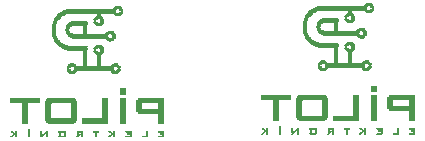
<source format=gbo>
G75*
%MOIN*%
%OFA0B0*%
%FSLAX25Y25*%
%IPPOS*%
%LPD*%
%AMOC8*
5,1,8,0,0,1.08239X$1,22.5*
%
%ADD10R,0.02000X0.00118*%
%ADD11R,0.01882X0.00118*%
%ADD12R,0.00353X0.00118*%
%ADD13R,0.00706X0.00118*%
%ADD14R,0.00470X0.00118*%
%ADD15R,0.00471X0.00118*%
%ADD16R,0.00588X0.00118*%
%ADD17R,0.02000X0.00118*%
%ADD18R,0.01882X0.00118*%
%ADD19R,0.00353X0.00118*%
%ADD20R,0.00706X0.00118*%
%ADD21R,0.00470X0.00118*%
%ADD22R,0.00471X0.00118*%
%ADD23R,0.00588X0.00118*%
%ADD24R,0.02235X0.00118*%
%ADD25R,0.02353X0.00118*%
%ADD26R,0.00706X0.00118*%
%ADD27R,0.00589X0.00118*%
%ADD28R,0.00824X0.00118*%
%ADD29R,0.01059X0.00118*%
%ADD30R,0.00470X0.00118*%
%ADD31R,0.00588X0.00118*%
%ADD32R,0.01059X0.00118*%
%ADD33R,0.02000X0.00118*%
%ADD34R,0.00353X0.00118*%
%ADD35R,0.00706X0.00118*%
%ADD36R,0.01176X0.00118*%
%ADD37R,0.01294X0.00118*%
%ADD38R,0.01412X0.00118*%
%ADD39R,0.00941X0.00118*%
%ADD40R,0.02118X0.00118*%
%ADD41R,0.01294X0.00118*%
%ADD42R,0.01412X0.00118*%
%ADD43R,0.00941X0.00118*%
%ADD44R,0.01059X0.00118*%
%ADD45R,0.02118X0.00118*%
%ADD46R,0.02353X0.00118*%
%ADD47R,0.02235X0.00118*%
%ADD48R,0.02000X0.00118*%
%ADD49R,0.08352X0.00118*%
%ADD50R,0.08000X0.00118*%
%ADD51R,0.08352X0.00118*%
%ADD52R,0.08823X0.00118*%
%ADD53R,0.09294X0.00118*%
%ADD54R,0.09646X0.00118*%
%ADD55R,0.09881X0.00118*%
%ADD56R,0.09999X0.00118*%
%ADD57R,0.10117X0.00118*%
%ADD58R,0.10235X0.00118*%
%ADD59R,0.10352X0.00118*%
%ADD60R,0.10352X0.00118*%
%ADD61R,0.08352X0.00118*%
%ADD62R,0.10470X0.00118*%
%ADD63R,0.10470X0.00118*%
%ADD64R,0.10470X0.00118*%
%ADD65R,0.07764X0.00118*%
%ADD66R,0.08588X0.00118*%
%ADD67R,0.08706X0.00118*%
%ADD68R,0.08941X0.00118*%
%ADD69R,0.01882X0.00118*%
%ADD70R,0.08941X0.00118*%
%ADD71R,0.09058X0.00118*%
%ADD72R,0.09058X0.00118*%
%ADD73R,0.09176X0.00118*%
%ADD74R,0.09176X0.00118*%
%ADD75R,0.02235X0.00118*%
%ADD76R,0.09881X0.00118*%
%ADD77R,0.10235X0.00118*%
%ADD78R,0.08941X0.00118*%
%ADD79R,0.08823X0.00118*%
%ADD80R,0.09764X0.00118*%
%ADD81R,0.09529X0.00118*%
%ADD82R,0.08587X0.00118*%
%ADD83R,0.07646X0.00118*%
%ADD84R,0.07058X0.00118*%
%ADD85R,0.01411X0.00118*%
%ADD86R,0.01765X0.00118*%
%ADD87R,0.02117X0.00118*%
%ADD88R,0.02470X0.00118*%
%ADD89R,0.02706X0.00118*%
%ADD90R,0.02588X0.00118*%
%ADD91R,0.02823X0.00118*%
%ADD92R,0.02941X0.00118*%
%ADD93R,0.03059X0.00118*%
%ADD94R,0.01176X0.00118*%
%ADD95R,0.13646X0.00118*%
%ADD96R,0.01059X0.00118*%
%ADD97R,0.01176X0.00118*%
%ADD98R,0.13411X0.00118*%
%ADD99R,0.13176X0.00118*%
%ADD100R,0.00941X0.00118*%
%ADD101R,0.00941X0.00118*%
%ADD102R,0.13058X0.00118*%
%ADD103R,0.12941X0.00118*%
%ADD104R,0.12941X0.00118*%
%ADD105R,0.13058X0.00118*%
%ADD106R,0.13176X0.00118*%
%ADD107R,0.00941X0.00118*%
%ADD108R,0.13293X0.00118*%
%ADD109R,0.13529X0.00118*%
%ADD110R,0.13881X0.00118*%
%ADD111R,0.03059X0.00118*%
%ADD112R,0.01529X0.00118*%
%ADD113R,0.01529X0.00118*%
%ADD114R,0.02823X0.00118*%
%ADD115R,0.02588X0.00118*%
%ADD116R,0.01647X0.00118*%
%ADD117R,0.01412X0.00118*%
%ADD118R,0.01529X0.00118*%
%ADD119R,0.01530X0.00118*%
%ADD120R,0.01882X0.00118*%
%ADD121R,0.02706X0.00118*%
%ADD122R,0.02824X0.00118*%
%ADD123R,0.01294X0.00118*%
%ADD124R,0.01059X0.00118*%
%ADD125R,0.04941X0.00118*%
%ADD126R,0.06235X0.00118*%
%ADD127R,0.06823X0.00118*%
%ADD128R,0.07176X0.00118*%
%ADD129R,0.07529X0.00118*%
%ADD130R,0.07882X0.00118*%
%ADD131R,0.08117X0.00118*%
%ADD132R,0.08823X0.00118*%
%ADD133R,0.02824X0.00118*%
%ADD134R,0.02706X0.00118*%
%ADD135R,0.02470X0.00118*%
%ADD136R,0.09176X0.00118*%
%ADD137R,0.03529X0.00118*%
%ADD138R,0.01882X0.00118*%
%ADD139R,0.03059X0.00118*%
%ADD140R,0.01647X0.00118*%
%ADD141R,0.02588X0.00118*%
%ADD142R,0.02117X0.00118*%
%ADD143R,0.01765X0.00118*%
%ADD144R,0.02353X0.00118*%
%ADD145R,0.02588X0.00118*%
%ADD146R,0.01647X0.00118*%
%ADD147R,0.01530X0.00118*%
%ADD148R,0.12352X0.00118*%
%ADD149R,0.01647X0.00118*%
%ADD150R,0.12705X0.00118*%
%ADD151R,0.01530X0.00118*%
%ADD152R,0.12822X0.00118*%
%ADD153R,0.13176X0.00118*%
%ADD154R,0.13293X0.00118*%
%ADD155R,0.13411X0.00118*%
%ADD156R,0.13529X0.00118*%
%ADD157R,0.13646X0.00118*%
%ADD158R,0.13881X0.00118*%
%ADD159R,0.01411X0.00118*%
%ADD160R,0.14117X0.00118*%
%ADD161R,0.14234X0.00118*%
%ADD162R,0.06941X0.00118*%
%ADD163R,0.02000X0.00118*%
%ADD164R,0.06823X0.00118*%
%ADD165R,0.06706X0.00118*%
%ADD166R,0.02706X0.00118*%
%ADD167R,0.06588X0.00118*%
%ADD168R,0.02824X0.00118*%
%ADD169R,0.06470X0.00118*%
%ADD170R,0.01411X0.00118*%
%ADD171R,0.06352X0.00118*%
%ADD172R,0.06117X0.00118*%
%ADD173R,0.06000X0.00118*%
%ADD174R,0.05764X0.00118*%
%ADD175R,0.05411X0.00118*%
%ADD176R,0.04706X0.00118*%
%ADD177R,0.01294X0.00118*%
%ADD178R,0.02117X0.00118*%
%ADD179R,0.02706X0.00118*%
%ADD180R,0.03176X0.00118*%
%ADD181R,0.19175X0.00118*%
%ADD182R,0.18822X0.00118*%
%ADD183R,0.18469X0.00118*%
%ADD184R,0.18234X0.00118*%
%ADD185R,0.17999X0.00118*%
%ADD186R,0.17764X0.00118*%
%ADD187R,0.17528X0.00118*%
%ADD188R,0.17176X0.00118*%
%ADD189R,0.16940X0.00118*%
%ADD190R,0.16587X0.00118*%
%ADD191R,0.16352X0.00118*%
%ADD192R,0.15764X0.00118*%
%ADD193R,0.01294X0.00118*%
%ADD194R,0.02941X0.00118*%
D10*
X0349507Y0376099D03*
X0349507Y0377628D03*
X0347507Y0380334D03*
X0347507Y0380687D03*
X0347507Y0380922D03*
X0347507Y0381275D03*
X0347507Y0381510D03*
X0347507Y0381863D03*
X0347507Y0382216D03*
X0347507Y0382452D03*
X0347507Y0382804D03*
X0347507Y0383040D03*
X0347507Y0383393D03*
X0347507Y0383628D03*
X0347507Y0383981D03*
X0347507Y0384334D03*
X0347507Y0384569D03*
X0347507Y0384922D03*
X0347507Y0385157D03*
X0347507Y0385510D03*
X0347507Y0385745D03*
X0347507Y0386098D03*
X0347507Y0386334D03*
X0347507Y0386687D03*
X0347507Y0387039D03*
X0347507Y0387275D03*
X0347507Y0387628D03*
X0347507Y0387863D03*
X0347507Y0388216D03*
X0347507Y0388451D03*
X0347507Y0390333D03*
X0347507Y0390569D03*
X0347507Y0390922D03*
X0347507Y0391157D03*
X0347507Y0391863D03*
X0345155Y0399980D03*
X0360330Y0387275D03*
X0360330Y0387039D03*
X0360330Y0386687D03*
X0360330Y0386334D03*
X0360330Y0386098D03*
X0360330Y0385745D03*
X0360330Y0385510D03*
X0360330Y0385157D03*
X0360330Y0383393D03*
X0360330Y0383040D03*
X0360330Y0382804D03*
X0360330Y0382452D03*
X0360330Y0382216D03*
X0360330Y0381863D03*
X0360330Y0381510D03*
X0360330Y0381275D03*
X0360330Y0380922D03*
X0360330Y0380687D03*
X0360330Y0380334D03*
X0360330Y0377628D03*
X0360330Y0376099D03*
X0360330Y0375864D03*
X0353036Y0385510D03*
X0353036Y0385745D03*
X0353036Y0386098D03*
X0353036Y0386334D03*
X0353036Y0386687D03*
X0353036Y0387039D03*
X0331391Y0387039D03*
X0331391Y0387275D03*
X0331391Y0386687D03*
X0331391Y0386334D03*
X0331391Y0386098D03*
X0331391Y0385745D03*
X0331391Y0385510D03*
X0331391Y0385157D03*
X0331391Y0384922D03*
X0331391Y0384569D03*
X0331391Y0384334D03*
X0331391Y0383981D03*
X0331391Y0383628D03*
X0331391Y0383393D03*
X0331391Y0383040D03*
X0331391Y0382804D03*
X0331391Y0382452D03*
X0331391Y0382216D03*
X0322803Y0382216D03*
X0322803Y0382452D03*
X0322803Y0382804D03*
X0322803Y0383040D03*
X0322803Y0383393D03*
X0322803Y0383628D03*
X0322803Y0383981D03*
X0322803Y0384334D03*
X0322803Y0384569D03*
X0322803Y0384922D03*
X0322803Y0385157D03*
X0322803Y0385510D03*
X0322803Y0385745D03*
X0322803Y0386098D03*
X0322803Y0386334D03*
X0322803Y0386687D03*
X0322803Y0387039D03*
X0322921Y0387275D03*
X0315157Y0387039D03*
X0315157Y0386687D03*
X0315157Y0386334D03*
X0315157Y0386098D03*
X0315157Y0385745D03*
X0315157Y0385510D03*
X0315157Y0385157D03*
X0315157Y0384922D03*
X0315157Y0384569D03*
X0315157Y0384334D03*
X0315157Y0383981D03*
X0315157Y0383628D03*
X0315157Y0383393D03*
X0315157Y0383040D03*
X0315157Y0382804D03*
X0315157Y0382452D03*
X0315157Y0382216D03*
X0315157Y0381863D03*
X0315157Y0381510D03*
X0315157Y0381275D03*
X0315157Y0380922D03*
X0315157Y0380687D03*
X0315157Y0380334D03*
X0398818Y0381318D03*
X0398818Y0381671D03*
X0398818Y0381906D03*
X0398818Y0382259D03*
X0398818Y0382495D03*
X0398818Y0382848D03*
X0398818Y0383201D03*
X0398818Y0383436D03*
X0398818Y0383789D03*
X0398818Y0384024D03*
X0398818Y0384377D03*
X0398818Y0384612D03*
X0398818Y0384965D03*
X0398818Y0385318D03*
X0398818Y0385553D03*
X0398818Y0385906D03*
X0398818Y0386141D03*
X0398818Y0386494D03*
X0398818Y0386730D03*
X0398818Y0387083D03*
X0398818Y0387318D03*
X0398818Y0387671D03*
X0398818Y0388024D03*
X0406464Y0388024D03*
X0406582Y0388259D03*
X0406464Y0387671D03*
X0406464Y0387318D03*
X0406464Y0387083D03*
X0406464Y0386730D03*
X0406464Y0386494D03*
X0406464Y0386141D03*
X0406464Y0385906D03*
X0406464Y0385553D03*
X0406464Y0385318D03*
X0406464Y0384965D03*
X0406464Y0384612D03*
X0406464Y0384377D03*
X0406464Y0384024D03*
X0406464Y0383789D03*
X0406464Y0383436D03*
X0406464Y0383201D03*
X0415052Y0383201D03*
X0415052Y0383436D03*
X0415052Y0383789D03*
X0415052Y0384024D03*
X0415052Y0384377D03*
X0415052Y0384612D03*
X0415052Y0384965D03*
X0415052Y0385318D03*
X0415052Y0385553D03*
X0415052Y0385906D03*
X0415052Y0386141D03*
X0415052Y0386494D03*
X0415052Y0386730D03*
X0415052Y0387083D03*
X0415052Y0387318D03*
X0415052Y0387671D03*
X0415052Y0388024D03*
X0415052Y0388259D03*
X0431169Y0388259D03*
X0431169Y0388024D03*
X0431169Y0387671D03*
X0431169Y0387318D03*
X0431169Y0387083D03*
X0431169Y0386730D03*
X0431169Y0386494D03*
X0431169Y0386141D03*
X0431169Y0385906D03*
X0431169Y0385553D03*
X0431169Y0385318D03*
X0431169Y0384965D03*
X0431169Y0384612D03*
X0431169Y0384377D03*
X0431169Y0384024D03*
X0431169Y0383789D03*
X0431169Y0383436D03*
X0431169Y0383201D03*
X0431169Y0382848D03*
X0431169Y0382495D03*
X0431169Y0382259D03*
X0431169Y0381906D03*
X0431169Y0381671D03*
X0431169Y0381318D03*
X0433169Y0378613D03*
X0433169Y0377083D03*
X0436698Y0386494D03*
X0436698Y0386730D03*
X0436698Y0387083D03*
X0436698Y0387318D03*
X0436698Y0387671D03*
X0436698Y0388024D03*
X0431169Y0388612D03*
X0431169Y0388847D03*
X0431169Y0389200D03*
X0431169Y0389435D03*
X0431169Y0391318D03*
X0431169Y0391553D03*
X0431169Y0391906D03*
X0431169Y0392141D03*
X0431169Y0392847D03*
X0428816Y0400964D03*
X0443992Y0388259D03*
X0443992Y0388024D03*
X0443992Y0387671D03*
X0443992Y0387318D03*
X0443992Y0387083D03*
X0443992Y0386730D03*
X0443992Y0386494D03*
X0443992Y0386141D03*
X0443992Y0384377D03*
X0443992Y0384024D03*
X0443992Y0383789D03*
X0443992Y0383436D03*
X0443992Y0383201D03*
X0443992Y0382848D03*
X0443992Y0382495D03*
X0443992Y0382259D03*
X0443992Y0381906D03*
X0443992Y0381671D03*
X0443992Y0381318D03*
X0443992Y0378613D03*
X0443992Y0377083D03*
X0443992Y0376848D03*
D11*
X0438521Y0376848D03*
X0438521Y0377083D03*
X0433110Y0376848D03*
X0425346Y0383201D03*
X0425346Y0383436D03*
X0425346Y0383789D03*
X0425346Y0384024D03*
X0425346Y0384377D03*
X0425346Y0384612D03*
X0425346Y0384965D03*
X0425346Y0385318D03*
X0425346Y0385553D03*
X0425346Y0385906D03*
X0425346Y0386141D03*
X0425346Y0386494D03*
X0425346Y0386730D03*
X0425346Y0387083D03*
X0425346Y0387318D03*
X0425346Y0387671D03*
X0425346Y0388024D03*
X0425346Y0388259D03*
X0425346Y0388612D03*
X0425346Y0388847D03*
X0425346Y0389200D03*
X0425346Y0389435D03*
X0425346Y0389788D03*
X0431228Y0389788D03*
X0411111Y0376848D03*
X0409582Y0408493D03*
X0409582Y0416610D03*
X0354860Y0376099D03*
X0354860Y0375864D03*
X0349448Y0375864D03*
X0341684Y0382216D03*
X0341684Y0382452D03*
X0341684Y0382804D03*
X0341684Y0383040D03*
X0341684Y0383393D03*
X0341684Y0383628D03*
X0341684Y0383981D03*
X0341684Y0384334D03*
X0341684Y0384569D03*
X0341684Y0384922D03*
X0341684Y0385157D03*
X0341684Y0385510D03*
X0341684Y0385745D03*
X0341684Y0386098D03*
X0341684Y0386334D03*
X0341684Y0386687D03*
X0341684Y0387039D03*
X0341684Y0387275D03*
X0341684Y0387628D03*
X0341684Y0387863D03*
X0341684Y0388216D03*
X0341684Y0388451D03*
X0341684Y0388804D03*
X0347566Y0388804D03*
X0327450Y0375864D03*
X0325921Y0407509D03*
X0325921Y0415626D03*
D12*
X0320450Y0377628D03*
X0320450Y0377393D03*
X0320450Y0377040D03*
X0320450Y0376805D03*
X0320450Y0375864D03*
X0322333Y0375864D03*
X0322333Y0376099D03*
X0322333Y0376452D03*
X0322333Y0376805D03*
X0322333Y0377040D03*
X0344684Y0377393D03*
X0344684Y0377628D03*
X0344684Y0376452D03*
X0344684Y0376099D03*
X0344684Y0375864D03*
X0404112Y0376848D03*
X0404112Y0377789D03*
X0404112Y0378024D03*
X0404112Y0378377D03*
X0404112Y0378613D03*
X0405994Y0378024D03*
X0405994Y0377789D03*
X0405994Y0377436D03*
X0405994Y0377083D03*
X0405994Y0376848D03*
X0428346Y0376848D03*
X0428346Y0377083D03*
X0428346Y0377436D03*
X0428346Y0378377D03*
X0428346Y0378613D03*
D13*
X0426993Y0377083D03*
X0426640Y0376848D03*
X0405817Y0378377D03*
X0394760Y0377436D03*
X0394642Y0378377D03*
X0414287Y0397905D03*
X0429581Y0420492D03*
X0345919Y0419508D03*
X0330626Y0396921D03*
X0322156Y0377393D03*
X0311098Y0376452D03*
X0310980Y0377393D03*
X0342978Y0375864D03*
X0343331Y0376099D03*
D14*
X0338743Y0376099D03*
X0338743Y0375864D03*
X0338743Y0376452D03*
X0338743Y0376805D03*
X0338743Y0377040D03*
X0338743Y0377393D03*
X0332508Y0377393D03*
X0332508Y0377040D03*
X0328391Y0377040D03*
X0328391Y0376805D03*
X0328391Y0376452D03*
X0328391Y0377393D03*
X0326509Y0377393D03*
X0326509Y0377040D03*
X0326509Y0376805D03*
X0326509Y0376452D03*
X0322274Y0377628D03*
X0316274Y0377628D03*
X0316274Y0377393D03*
X0316274Y0377040D03*
X0316274Y0376805D03*
X0316274Y0376452D03*
X0316274Y0376099D03*
X0316274Y0375864D03*
X0316274Y0378216D03*
X0312039Y0377628D03*
X0312039Y0377393D03*
X0312039Y0377040D03*
X0312039Y0376452D03*
X0312039Y0376099D03*
X0312039Y0375864D03*
X0350272Y0376452D03*
X0350272Y0377393D03*
X0355566Y0377393D03*
X0355566Y0377628D03*
X0355566Y0377040D03*
X0355566Y0376805D03*
X0355566Y0376452D03*
X0361095Y0376452D03*
X0361095Y0377040D03*
X0361095Y0377393D03*
X0395700Y0377436D03*
X0395700Y0377083D03*
X0395700Y0376848D03*
X0395700Y0378024D03*
X0395700Y0378377D03*
X0395700Y0378613D03*
X0399935Y0378613D03*
X0399935Y0378377D03*
X0399935Y0378024D03*
X0399935Y0377789D03*
X0399935Y0377436D03*
X0399935Y0377083D03*
X0399935Y0376848D03*
X0399935Y0379201D03*
X0405935Y0378613D03*
X0410170Y0378377D03*
X0410170Y0378024D03*
X0410170Y0377789D03*
X0410170Y0377436D03*
X0412052Y0377436D03*
X0412052Y0377789D03*
X0412052Y0378024D03*
X0412052Y0378377D03*
X0416170Y0378377D03*
X0416170Y0378024D03*
X0422405Y0378024D03*
X0422405Y0377789D03*
X0422405Y0377436D03*
X0422405Y0377083D03*
X0422405Y0376848D03*
X0422405Y0378377D03*
X0433934Y0378377D03*
X0433934Y0377436D03*
X0439227Y0377436D03*
X0439227Y0377789D03*
X0439227Y0378024D03*
X0439227Y0378377D03*
X0439227Y0378613D03*
X0444756Y0378377D03*
X0444756Y0378024D03*
X0444756Y0377436D03*
X0427110Y0408728D03*
X0343449Y0407744D03*
D15*
X0334155Y0377393D03*
X0334155Y0377040D03*
X0334155Y0376452D03*
X0334155Y0376099D03*
X0334155Y0375864D03*
X0417817Y0376848D03*
X0417817Y0377083D03*
X0417817Y0377436D03*
X0417817Y0378024D03*
X0417817Y0378377D03*
D16*
X0310333Y0375864D03*
X0311392Y0377040D03*
X0320568Y0376099D03*
X0321392Y0376805D03*
X0321627Y0377040D03*
X0332449Y0375864D03*
X0332685Y0376099D03*
X0333038Y0376452D03*
X0343272Y0377628D03*
X0343625Y0377393D03*
X0350213Y0377040D03*
X0345155Y0396921D03*
X0393995Y0376848D03*
X0395053Y0378024D03*
X0404229Y0377083D03*
X0405053Y0377789D03*
X0405288Y0378024D03*
X0416111Y0376848D03*
X0416346Y0377083D03*
X0416699Y0377436D03*
X0426934Y0378613D03*
X0427287Y0378377D03*
X0433875Y0378024D03*
X0428816Y0397905D03*
D17*
X0431169Y0392729D03*
X0431169Y0392612D03*
X0431169Y0392376D03*
X0431169Y0392259D03*
X0431169Y0392023D03*
X0431169Y0391788D03*
X0431169Y0391671D03*
X0431169Y0391435D03*
X0431169Y0391200D03*
X0431169Y0391082D03*
X0431169Y0389671D03*
X0431169Y0389553D03*
X0431169Y0389318D03*
X0431169Y0389082D03*
X0431169Y0388965D03*
X0431169Y0388730D03*
X0431169Y0388494D03*
X0431169Y0388377D03*
X0431169Y0388141D03*
X0431169Y0387906D03*
X0431169Y0387788D03*
X0431169Y0387436D03*
X0431169Y0387200D03*
X0431169Y0386965D03*
X0431169Y0386847D03*
X0431169Y0386612D03*
X0431169Y0386377D03*
X0431169Y0386259D03*
X0431169Y0386024D03*
X0431169Y0385789D03*
X0431169Y0385671D03*
X0431169Y0385436D03*
X0431169Y0385200D03*
X0431169Y0384847D03*
X0431169Y0384730D03*
X0431169Y0384495D03*
X0431169Y0384259D03*
X0431169Y0384142D03*
X0431169Y0383906D03*
X0431169Y0383671D03*
X0431169Y0383553D03*
X0431169Y0383318D03*
X0431169Y0383083D03*
X0431169Y0382965D03*
X0431169Y0382730D03*
X0431169Y0382377D03*
X0431169Y0382142D03*
X0431169Y0382024D03*
X0431169Y0381789D03*
X0431169Y0381554D03*
X0431169Y0381436D03*
X0433169Y0378495D03*
X0433169Y0376966D03*
X0436698Y0386377D03*
X0436698Y0386612D03*
X0436698Y0386847D03*
X0436698Y0386965D03*
X0436698Y0387200D03*
X0436698Y0387436D03*
X0436698Y0387788D03*
X0436698Y0387906D03*
X0443992Y0387906D03*
X0443992Y0387788D03*
X0443992Y0387436D03*
X0443992Y0387200D03*
X0443992Y0386965D03*
X0443992Y0386847D03*
X0443992Y0386612D03*
X0443992Y0386377D03*
X0443992Y0386259D03*
X0443992Y0384495D03*
X0443992Y0384259D03*
X0443992Y0384142D03*
X0443992Y0383906D03*
X0443992Y0383671D03*
X0443992Y0383553D03*
X0443992Y0383318D03*
X0443992Y0383083D03*
X0443992Y0382965D03*
X0443992Y0382730D03*
X0443992Y0382377D03*
X0443992Y0382142D03*
X0443992Y0382024D03*
X0443992Y0381789D03*
X0443992Y0381554D03*
X0443992Y0381436D03*
X0443992Y0378730D03*
X0443992Y0378495D03*
X0443992Y0376966D03*
X0443992Y0388141D03*
X0415052Y0388141D03*
X0415052Y0387906D03*
X0415052Y0387788D03*
X0415052Y0387436D03*
X0415052Y0387200D03*
X0415052Y0386965D03*
X0415052Y0386847D03*
X0415052Y0386612D03*
X0415052Y0386377D03*
X0415052Y0386259D03*
X0415052Y0386024D03*
X0415052Y0385789D03*
X0415052Y0385671D03*
X0415052Y0385436D03*
X0415052Y0385200D03*
X0415052Y0384847D03*
X0415052Y0384730D03*
X0415052Y0384495D03*
X0415052Y0384259D03*
X0415052Y0384142D03*
X0415052Y0383906D03*
X0415052Y0383671D03*
X0415052Y0383553D03*
X0415052Y0383318D03*
X0415052Y0383083D03*
X0415052Y0382965D03*
X0406464Y0382965D03*
X0406464Y0383083D03*
X0406464Y0383318D03*
X0406464Y0383553D03*
X0406464Y0383671D03*
X0406464Y0383906D03*
X0406464Y0384142D03*
X0406464Y0384259D03*
X0406464Y0384495D03*
X0406464Y0384730D03*
X0406464Y0384847D03*
X0406464Y0385200D03*
X0406464Y0385436D03*
X0406464Y0385671D03*
X0406464Y0385789D03*
X0406464Y0386024D03*
X0406464Y0386259D03*
X0406464Y0386377D03*
X0406464Y0386612D03*
X0406464Y0386847D03*
X0406464Y0386965D03*
X0406464Y0387200D03*
X0406464Y0387436D03*
X0406464Y0387788D03*
X0406464Y0387906D03*
X0398818Y0387906D03*
X0398818Y0387788D03*
X0398818Y0387436D03*
X0398818Y0387200D03*
X0398818Y0386965D03*
X0398818Y0386847D03*
X0398818Y0386612D03*
X0398818Y0386377D03*
X0398818Y0386259D03*
X0398818Y0386024D03*
X0398818Y0385789D03*
X0398818Y0385671D03*
X0398818Y0385436D03*
X0398818Y0385200D03*
X0398818Y0384847D03*
X0398818Y0384730D03*
X0398818Y0384495D03*
X0398818Y0384259D03*
X0398818Y0384142D03*
X0398818Y0383906D03*
X0398818Y0383671D03*
X0398818Y0383553D03*
X0398818Y0383318D03*
X0398818Y0383083D03*
X0398818Y0382965D03*
X0398818Y0382730D03*
X0398818Y0382377D03*
X0398818Y0382142D03*
X0398818Y0382024D03*
X0398818Y0381789D03*
X0398818Y0381554D03*
X0398818Y0381436D03*
X0398818Y0388141D03*
X0360330Y0387157D03*
X0360330Y0386922D03*
X0360330Y0386804D03*
X0360330Y0386451D03*
X0360330Y0386216D03*
X0360330Y0385981D03*
X0360330Y0385863D03*
X0360330Y0385628D03*
X0360330Y0385393D03*
X0360330Y0385275D03*
X0360330Y0383510D03*
X0360330Y0383275D03*
X0360330Y0383157D03*
X0360330Y0382922D03*
X0360330Y0382687D03*
X0360330Y0382569D03*
X0360330Y0382334D03*
X0360330Y0382099D03*
X0360330Y0381981D03*
X0360330Y0381746D03*
X0360330Y0381393D03*
X0360330Y0381157D03*
X0360330Y0381040D03*
X0360330Y0380805D03*
X0360330Y0380569D03*
X0360330Y0380452D03*
X0360330Y0377746D03*
X0360330Y0377511D03*
X0360330Y0375981D03*
X0349507Y0375981D03*
X0349507Y0377511D03*
X0347507Y0380452D03*
X0347507Y0380569D03*
X0347507Y0380805D03*
X0347507Y0381040D03*
X0347507Y0381157D03*
X0347507Y0381393D03*
X0347507Y0381746D03*
X0347507Y0381981D03*
X0347507Y0382099D03*
X0347507Y0382334D03*
X0347507Y0382569D03*
X0347507Y0382687D03*
X0347507Y0382922D03*
X0347507Y0383157D03*
X0347507Y0383275D03*
X0347507Y0383510D03*
X0347507Y0383746D03*
X0347507Y0383863D03*
X0347507Y0384216D03*
X0347507Y0384451D03*
X0347507Y0384687D03*
X0347507Y0384804D03*
X0347507Y0385040D03*
X0347507Y0385275D03*
X0347507Y0385393D03*
X0347507Y0385628D03*
X0347507Y0385863D03*
X0347507Y0385981D03*
X0347507Y0386216D03*
X0347507Y0386451D03*
X0347507Y0386804D03*
X0347507Y0386922D03*
X0347507Y0387157D03*
X0347507Y0387392D03*
X0347507Y0387510D03*
X0347507Y0387745D03*
X0347507Y0387981D03*
X0347507Y0388098D03*
X0347507Y0388334D03*
X0347507Y0388569D03*
X0347507Y0388686D03*
X0347507Y0390098D03*
X0347507Y0390216D03*
X0347507Y0390451D03*
X0347507Y0390686D03*
X0347507Y0390804D03*
X0347507Y0391039D03*
X0347507Y0391274D03*
X0347507Y0391392D03*
X0347507Y0391627D03*
X0347507Y0391745D03*
X0353036Y0386922D03*
X0353036Y0386804D03*
X0353036Y0386451D03*
X0353036Y0386216D03*
X0353036Y0385981D03*
X0353036Y0385863D03*
X0353036Y0385628D03*
X0353036Y0385393D03*
X0331391Y0385393D03*
X0331391Y0385275D03*
X0331391Y0385040D03*
X0331391Y0384804D03*
X0331391Y0384687D03*
X0331391Y0384451D03*
X0331391Y0384216D03*
X0331391Y0383863D03*
X0331391Y0383746D03*
X0331391Y0383510D03*
X0331391Y0383275D03*
X0331391Y0383157D03*
X0331391Y0382922D03*
X0331391Y0382687D03*
X0331391Y0382569D03*
X0331391Y0382334D03*
X0331391Y0382099D03*
X0331391Y0381981D03*
X0331391Y0385628D03*
X0331391Y0385863D03*
X0331391Y0385981D03*
X0331391Y0386216D03*
X0331391Y0386451D03*
X0331391Y0386804D03*
X0331391Y0386922D03*
X0331391Y0387157D03*
X0322803Y0386922D03*
X0322803Y0386804D03*
X0322803Y0386451D03*
X0322803Y0386216D03*
X0322803Y0385981D03*
X0322803Y0385863D03*
X0322803Y0385628D03*
X0322803Y0385393D03*
X0322803Y0385275D03*
X0322803Y0385040D03*
X0322803Y0384804D03*
X0322803Y0384687D03*
X0322803Y0384451D03*
X0322803Y0384216D03*
X0322803Y0383863D03*
X0322803Y0383746D03*
X0322803Y0383510D03*
X0322803Y0383275D03*
X0322803Y0383157D03*
X0322803Y0382922D03*
X0322803Y0382687D03*
X0322803Y0382569D03*
X0322803Y0382334D03*
X0322803Y0382099D03*
X0322803Y0381981D03*
X0315157Y0381981D03*
X0315157Y0382099D03*
X0315157Y0382334D03*
X0315157Y0382569D03*
X0315157Y0382687D03*
X0315157Y0382922D03*
X0315157Y0383157D03*
X0315157Y0383275D03*
X0315157Y0383510D03*
X0315157Y0383746D03*
X0315157Y0383863D03*
X0315157Y0384216D03*
X0315157Y0384451D03*
X0315157Y0384687D03*
X0315157Y0384804D03*
X0315157Y0385040D03*
X0315157Y0385275D03*
X0315157Y0385393D03*
X0315157Y0385628D03*
X0315157Y0385863D03*
X0315157Y0385981D03*
X0315157Y0386216D03*
X0315157Y0386451D03*
X0315157Y0386804D03*
X0315157Y0386922D03*
X0315157Y0387157D03*
X0315157Y0381746D03*
X0315157Y0381393D03*
X0315157Y0381157D03*
X0315157Y0381040D03*
X0315157Y0380805D03*
X0315157Y0380569D03*
X0315157Y0380452D03*
X0345978Y0416449D03*
X0429640Y0417434D03*
D18*
X0413347Y0413787D03*
X0413347Y0411316D03*
X0409817Y0408258D03*
X0409700Y0408375D03*
X0409464Y0408611D03*
X0409700Y0416728D03*
X0414287Y0398141D03*
X0406523Y0388141D03*
X0417111Y0378730D03*
X0425346Y0382965D03*
X0425346Y0383083D03*
X0425346Y0383318D03*
X0425346Y0383553D03*
X0425346Y0383671D03*
X0425346Y0383906D03*
X0425346Y0384142D03*
X0425346Y0384259D03*
X0425346Y0384495D03*
X0425346Y0384730D03*
X0425346Y0384847D03*
X0425346Y0385200D03*
X0425346Y0385436D03*
X0425346Y0385671D03*
X0425346Y0385789D03*
X0425346Y0386024D03*
X0425346Y0386259D03*
X0425346Y0386377D03*
X0425346Y0386612D03*
X0425346Y0386847D03*
X0425346Y0386965D03*
X0425346Y0387200D03*
X0425346Y0387436D03*
X0425346Y0387788D03*
X0425346Y0387906D03*
X0425346Y0388141D03*
X0425346Y0388377D03*
X0425346Y0388494D03*
X0425346Y0388730D03*
X0425346Y0388965D03*
X0425346Y0389082D03*
X0425346Y0389318D03*
X0425346Y0389553D03*
X0425346Y0389671D03*
X0433110Y0378730D03*
X0438521Y0376966D03*
X0354860Y0375981D03*
X0349448Y0377746D03*
X0341684Y0381981D03*
X0341684Y0382099D03*
X0341684Y0382334D03*
X0341684Y0382569D03*
X0341684Y0382687D03*
X0341684Y0382922D03*
X0341684Y0383157D03*
X0341684Y0383275D03*
X0341684Y0383510D03*
X0341684Y0383746D03*
X0341684Y0383863D03*
X0341684Y0384216D03*
X0341684Y0384451D03*
X0341684Y0384687D03*
X0341684Y0384804D03*
X0341684Y0385040D03*
X0341684Y0385275D03*
X0341684Y0385393D03*
X0341684Y0385628D03*
X0341684Y0385863D03*
X0341684Y0385981D03*
X0341684Y0386216D03*
X0341684Y0386451D03*
X0341684Y0386804D03*
X0341684Y0386922D03*
X0341684Y0387157D03*
X0341684Y0387392D03*
X0341684Y0387510D03*
X0341684Y0387745D03*
X0341684Y0387981D03*
X0341684Y0388098D03*
X0341684Y0388334D03*
X0341684Y0388569D03*
X0341684Y0388686D03*
X0330626Y0397156D03*
X0326156Y0407273D03*
X0326038Y0407391D03*
X0325803Y0407626D03*
X0329685Y0410332D03*
X0329685Y0412803D03*
X0326038Y0415744D03*
X0322862Y0387157D03*
X0333450Y0377746D03*
D19*
X0344684Y0377746D03*
X0344684Y0377511D03*
X0344684Y0377275D03*
X0344684Y0377158D03*
X0344684Y0376570D03*
X0344684Y0376334D03*
X0344684Y0376217D03*
X0344684Y0375981D03*
X0322333Y0375981D03*
X0322333Y0376217D03*
X0322333Y0376334D03*
X0322333Y0376570D03*
X0322333Y0376922D03*
X0322333Y0377746D03*
X0320450Y0377746D03*
X0320450Y0377511D03*
X0320450Y0377275D03*
X0320450Y0377158D03*
X0320450Y0376922D03*
X0320450Y0376570D03*
X0404112Y0377554D03*
X0404112Y0377907D03*
X0404112Y0378142D03*
X0404112Y0378260D03*
X0404112Y0378495D03*
X0404112Y0378730D03*
X0405994Y0378730D03*
X0405994Y0377907D03*
X0405994Y0377554D03*
X0405994Y0377319D03*
X0405994Y0377201D03*
X0405994Y0376966D03*
X0428346Y0376966D03*
X0428346Y0377201D03*
X0428346Y0377319D03*
X0428346Y0377554D03*
X0428346Y0378142D03*
X0428346Y0378260D03*
X0428346Y0378495D03*
X0428346Y0378730D03*
D20*
X0427581Y0378142D03*
X0427581Y0377554D03*
X0427228Y0377319D03*
X0427110Y0377201D03*
X0426758Y0376966D03*
X0427110Y0378495D03*
X0404759Y0377554D03*
X0404288Y0377201D03*
X0394995Y0377554D03*
X0394642Y0377319D03*
X0394524Y0377201D03*
X0394171Y0376966D03*
X0394171Y0378730D03*
X0343919Y0377158D03*
X0343449Y0377511D03*
X0343919Y0376570D03*
X0343567Y0376334D03*
X0343449Y0376217D03*
X0343096Y0375981D03*
X0321097Y0376570D03*
X0320627Y0376217D03*
X0311333Y0376570D03*
X0310980Y0376334D03*
X0310863Y0376217D03*
X0310510Y0375981D03*
X0310510Y0377746D03*
D21*
X0312039Y0377746D03*
X0312039Y0377511D03*
X0312039Y0377275D03*
X0312039Y0377158D03*
X0312039Y0376570D03*
X0312039Y0376334D03*
X0312039Y0376217D03*
X0312039Y0375981D03*
X0316274Y0375981D03*
X0316274Y0376217D03*
X0316274Y0376334D03*
X0316274Y0376570D03*
X0316274Y0376922D03*
X0316274Y0377158D03*
X0316274Y0377275D03*
X0316274Y0377511D03*
X0316274Y0377746D03*
X0316274Y0378099D03*
X0316274Y0378334D03*
X0316274Y0378452D03*
X0320509Y0375981D03*
X0326509Y0376217D03*
X0326509Y0376334D03*
X0326509Y0376570D03*
X0326509Y0376922D03*
X0326509Y0377158D03*
X0326509Y0377275D03*
X0328391Y0377275D03*
X0328391Y0377158D03*
X0328391Y0376922D03*
X0328391Y0376570D03*
X0328391Y0376334D03*
X0328391Y0376217D03*
X0332508Y0377158D03*
X0332508Y0377275D03*
X0338743Y0377275D03*
X0338743Y0377158D03*
X0338743Y0376922D03*
X0338743Y0376570D03*
X0338743Y0376334D03*
X0338743Y0376217D03*
X0338743Y0375981D03*
X0350272Y0376334D03*
X0350272Y0376570D03*
X0350272Y0377158D03*
X0350272Y0377275D03*
X0355566Y0377275D03*
X0355566Y0377158D03*
X0355566Y0376922D03*
X0355566Y0376570D03*
X0355566Y0376334D03*
X0355566Y0376217D03*
X0355566Y0377511D03*
X0355566Y0377746D03*
X0361095Y0377275D03*
X0361095Y0377158D03*
X0361095Y0376570D03*
X0361095Y0376334D03*
X0361095Y0376217D03*
X0395700Y0376966D03*
X0395700Y0377201D03*
X0395700Y0377319D03*
X0395700Y0377554D03*
X0395700Y0378142D03*
X0395700Y0378260D03*
X0395700Y0378495D03*
X0395700Y0378730D03*
X0399935Y0378730D03*
X0399935Y0378495D03*
X0399935Y0378260D03*
X0399935Y0378142D03*
X0399935Y0377907D03*
X0399935Y0377554D03*
X0399935Y0377319D03*
X0399935Y0377201D03*
X0399935Y0376966D03*
X0399935Y0379083D03*
X0399935Y0379318D03*
X0399935Y0379436D03*
X0404171Y0376966D03*
X0410170Y0377201D03*
X0410170Y0377319D03*
X0410170Y0377554D03*
X0410170Y0377907D03*
X0410170Y0378142D03*
X0410170Y0378260D03*
X0412052Y0378260D03*
X0412052Y0378142D03*
X0412052Y0377907D03*
X0412052Y0377554D03*
X0412052Y0377319D03*
X0412052Y0377201D03*
X0416170Y0378142D03*
X0416170Y0378260D03*
X0422405Y0378260D03*
X0422405Y0378142D03*
X0422405Y0377907D03*
X0422405Y0377554D03*
X0422405Y0377319D03*
X0422405Y0377201D03*
X0422405Y0376966D03*
X0433934Y0377319D03*
X0433934Y0377554D03*
X0433934Y0378142D03*
X0433934Y0378260D03*
X0439227Y0378260D03*
X0439227Y0378142D03*
X0439227Y0377907D03*
X0439227Y0377554D03*
X0439227Y0377319D03*
X0439227Y0377201D03*
X0439227Y0378495D03*
X0439227Y0378730D03*
X0444756Y0378260D03*
X0444756Y0378142D03*
X0444756Y0377554D03*
X0444756Y0377319D03*
X0444756Y0377201D03*
D22*
X0417817Y0377201D03*
X0417817Y0377319D03*
X0417817Y0377554D03*
X0417817Y0377907D03*
X0417817Y0378142D03*
X0417817Y0378260D03*
X0417817Y0376966D03*
X0334155Y0376922D03*
X0334155Y0377158D03*
X0334155Y0377275D03*
X0334155Y0376570D03*
X0334155Y0376334D03*
X0334155Y0376217D03*
X0334155Y0375981D03*
D23*
X0333155Y0376570D03*
X0332803Y0376217D03*
X0332567Y0375981D03*
X0332567Y0376922D03*
X0343743Y0377275D03*
X0350213Y0376217D03*
X0322215Y0377511D03*
X0321509Y0376922D03*
X0311274Y0377158D03*
X0311157Y0377275D03*
X0310804Y0377511D03*
X0394465Y0378495D03*
X0394818Y0378260D03*
X0394936Y0378142D03*
X0405170Y0377907D03*
X0405876Y0378495D03*
X0416229Y0377907D03*
X0416817Y0377554D03*
X0416464Y0377201D03*
X0416229Y0376966D03*
X0427405Y0378260D03*
X0433875Y0377201D03*
D24*
X0422463Y0378495D03*
X0422463Y0378730D03*
X0411170Y0376966D03*
X0428816Y0400846D03*
X0423287Y0407081D03*
X0410347Y0407787D03*
X0410347Y0417316D03*
X0429639Y0420139D03*
X0345978Y0419155D03*
X0339626Y0406097D03*
X0345155Y0399862D03*
X0326685Y0406803D03*
X0326685Y0416332D03*
X0327509Y0375981D03*
X0338802Y0377511D03*
X0338802Y0377746D03*
D25*
X0327450Y0377628D03*
X0327450Y0376099D03*
X0353213Y0387275D03*
X0329920Y0412920D03*
X0345919Y0416567D03*
X0411111Y0378613D03*
X0411111Y0377083D03*
X0436874Y0388259D03*
X0413582Y0413904D03*
X0429581Y0417551D03*
D26*
X0427463Y0377436D03*
X0394289Y0377083D03*
X0394289Y0378613D03*
X0343802Y0376452D03*
X0310627Y0376099D03*
X0310627Y0377628D03*
D27*
X0332920Y0376334D03*
X0343155Y0377746D03*
X0416582Y0377319D03*
X0426816Y0378730D03*
D28*
X0404347Y0377319D03*
X0320686Y0376334D03*
D29*
X0320803Y0376452D03*
X0344331Y0377040D03*
X0346331Y0399039D03*
X0340802Y0405038D03*
X0338449Y0404450D03*
X0329509Y0399039D03*
X0329509Y0398098D03*
X0338449Y0414097D03*
X0338449Y0415038D03*
X0340684Y0415038D03*
X0340802Y0414685D03*
X0340684Y0414097D03*
X0345978Y0416214D03*
X0404465Y0377436D03*
X0427993Y0378024D03*
X0429993Y0400023D03*
X0424463Y0406023D03*
X0422111Y0405434D03*
X0422111Y0415081D03*
X0422111Y0416022D03*
X0424346Y0416022D03*
X0424463Y0415669D03*
X0424346Y0415081D03*
X0429639Y0417198D03*
X0413170Y0400023D03*
X0413170Y0399082D03*
D30*
X0412052Y0377671D03*
X0410170Y0377671D03*
X0399935Y0377671D03*
X0422405Y0377671D03*
X0439227Y0377671D03*
X0444756Y0377671D03*
X0361095Y0376687D03*
X0355566Y0376687D03*
X0338743Y0376687D03*
X0328391Y0376687D03*
X0326509Y0376687D03*
X0316274Y0376687D03*
D31*
X0350213Y0376687D03*
X0433875Y0377671D03*
D32*
X0427993Y0377671D03*
X0429993Y0399905D03*
X0346331Y0398921D03*
X0344331Y0376687D03*
D33*
X0347507Y0381628D03*
X0347507Y0384098D03*
X0347507Y0386569D03*
X0347507Y0391510D03*
X0353036Y0386569D03*
X0360330Y0386569D03*
X0360330Y0381628D03*
X0333391Y0376687D03*
X0331391Y0384098D03*
X0331391Y0386569D03*
X0322803Y0386569D03*
X0322803Y0384098D03*
X0315157Y0384098D03*
X0315157Y0381628D03*
X0315157Y0386569D03*
X0398818Y0387553D03*
X0398818Y0385083D03*
X0398818Y0382612D03*
X0406464Y0385083D03*
X0406464Y0387553D03*
X0415052Y0387553D03*
X0415052Y0385083D03*
X0417052Y0377671D03*
X0431169Y0382612D03*
X0431169Y0385083D03*
X0431169Y0387553D03*
X0431169Y0392494D03*
X0436698Y0387553D03*
X0443992Y0387553D03*
X0443992Y0382612D03*
D34*
X0427169Y0412140D03*
X0405994Y0377671D03*
X0404112Y0377671D03*
X0343508Y0411156D03*
X0322333Y0376687D03*
X0320450Y0376687D03*
D35*
X0321215Y0376687D03*
X0404876Y0377671D03*
D36*
X0395348Y0377671D03*
X0311686Y0376687D03*
D37*
X0331508Y0397862D03*
X0343508Y0411038D03*
X0338684Y0413861D03*
X0338684Y0415273D03*
X0346919Y0417155D03*
X0360683Y0376805D03*
X0415170Y0398847D03*
X0427169Y0412022D03*
X0422346Y0414846D03*
X0422346Y0416257D03*
X0430581Y0418139D03*
X0444345Y0377789D03*
D38*
X0433463Y0377789D03*
X0429698Y0398847D03*
X0427934Y0398847D03*
X0423228Y0400376D03*
X0423228Y0400611D03*
X0423228Y0400964D03*
X0423228Y0401199D03*
X0423228Y0401552D03*
X0423228Y0401788D03*
X0423228Y0402140D03*
X0423228Y0402493D03*
X0423228Y0402729D03*
X0423228Y0403082D03*
X0423228Y0403317D03*
X0423228Y0403670D03*
X0423228Y0403905D03*
X0413464Y0398847D03*
X0412876Y0412022D03*
X0412876Y0412963D03*
X0408288Y0413552D03*
X0408288Y0413904D03*
X0408170Y0412963D03*
X0408170Y0412728D03*
X0408170Y0412375D03*
X0408170Y0412022D03*
X0408288Y0411434D03*
X0408288Y0411199D03*
X0423228Y0417198D03*
X0423228Y0417551D03*
X0423228Y0417787D03*
X0346037Y0397862D03*
X0344272Y0397862D03*
X0339567Y0399392D03*
X0339567Y0399627D03*
X0339567Y0399980D03*
X0339567Y0400215D03*
X0339567Y0400568D03*
X0339567Y0400803D03*
X0339567Y0401156D03*
X0339567Y0401509D03*
X0339567Y0401744D03*
X0339567Y0402097D03*
X0339567Y0402333D03*
X0339567Y0402686D03*
X0339567Y0402921D03*
X0329803Y0397862D03*
X0329214Y0411038D03*
X0329214Y0411979D03*
X0324627Y0412567D03*
X0324627Y0412920D03*
X0324509Y0411979D03*
X0324509Y0411744D03*
X0324509Y0411391D03*
X0324509Y0411038D03*
X0324627Y0410450D03*
X0324627Y0410214D03*
X0339567Y0416214D03*
X0339567Y0416567D03*
X0339567Y0416802D03*
X0349801Y0376805D03*
D39*
X0344390Y0376805D03*
X0329450Y0398451D03*
X0329450Y0398686D03*
X0338390Y0404803D03*
X0338390Y0405038D03*
X0340743Y0404450D03*
X0340861Y0404803D03*
X0340861Y0414450D03*
X0338390Y0414450D03*
X0338390Y0414685D03*
X0347213Y0417743D03*
X0347213Y0417979D03*
X0311804Y0376805D03*
X0395465Y0377789D03*
X0413111Y0399435D03*
X0413111Y0399670D03*
X0422052Y0405787D03*
X0422052Y0406023D03*
X0424405Y0405434D03*
X0424522Y0405787D03*
X0424522Y0415434D03*
X0422052Y0415434D03*
X0422052Y0415669D03*
X0430875Y0418728D03*
X0430875Y0418963D03*
X0428051Y0377789D03*
D40*
X0416993Y0377789D03*
X0416993Y0378613D03*
X0398759Y0388259D03*
X0410170Y0407905D03*
X0427110Y0409081D03*
X0427110Y0411787D03*
X0343449Y0410803D03*
X0343449Y0408097D03*
X0326509Y0406921D03*
X0315098Y0387275D03*
X0333332Y0377628D03*
X0333332Y0376805D03*
D41*
X0360683Y0376922D03*
X0346096Y0399274D03*
X0338684Y0404097D03*
X0338684Y0405509D03*
X0343508Y0407862D03*
X0344449Y0410097D03*
X0422346Y0406493D03*
X0422346Y0405081D03*
X0427169Y0408846D03*
X0428110Y0411081D03*
X0429757Y0400258D03*
X0444345Y0377907D03*
D42*
X0433463Y0377907D03*
X0414288Y0398023D03*
X0423228Y0400494D03*
X0423228Y0400729D03*
X0423228Y0400846D03*
X0423228Y0401082D03*
X0423228Y0401317D03*
X0423228Y0401435D03*
X0423228Y0401670D03*
X0423228Y0401905D03*
X0423228Y0402023D03*
X0423228Y0402376D03*
X0423228Y0402611D03*
X0423228Y0402846D03*
X0423228Y0402964D03*
X0423228Y0403199D03*
X0423228Y0403435D03*
X0423228Y0403552D03*
X0423228Y0403787D03*
X0423228Y0404023D03*
X0423228Y0404140D03*
X0412876Y0412846D03*
X0412876Y0413081D03*
X0408288Y0413434D03*
X0408288Y0413669D03*
X0408288Y0413787D03*
X0408170Y0413081D03*
X0408170Y0412846D03*
X0408170Y0412610D03*
X0408170Y0412493D03*
X0408170Y0412258D03*
X0408170Y0411905D03*
X0408288Y0411669D03*
X0408288Y0411552D03*
X0408288Y0411316D03*
X0423228Y0417316D03*
X0423228Y0417434D03*
X0423228Y0417669D03*
X0423228Y0417904D03*
X0423228Y0418022D03*
X0349801Y0376922D03*
X0339567Y0399509D03*
X0339567Y0399745D03*
X0339567Y0399862D03*
X0339567Y0400097D03*
X0339567Y0400333D03*
X0339567Y0400450D03*
X0339567Y0400686D03*
X0339567Y0400921D03*
X0339567Y0401039D03*
X0339567Y0401392D03*
X0339567Y0401627D03*
X0339567Y0401862D03*
X0339567Y0401980D03*
X0339567Y0402215D03*
X0339567Y0402450D03*
X0339567Y0402568D03*
X0339567Y0402803D03*
X0339567Y0403038D03*
X0339567Y0403156D03*
X0330626Y0397039D03*
X0324627Y0410332D03*
X0324627Y0410567D03*
X0324627Y0410685D03*
X0324509Y0410920D03*
X0324509Y0411273D03*
X0324509Y0411509D03*
X0324509Y0411626D03*
X0324509Y0411861D03*
X0324509Y0412097D03*
X0324627Y0412450D03*
X0324627Y0412685D03*
X0324627Y0412803D03*
X0329214Y0412097D03*
X0329214Y0411861D03*
X0339567Y0416332D03*
X0339567Y0416449D03*
X0339567Y0416685D03*
X0339567Y0416920D03*
X0339567Y0417038D03*
D43*
X0340743Y0414920D03*
X0340861Y0414567D03*
X0340743Y0414214D03*
X0338390Y0414214D03*
X0338390Y0414332D03*
X0338390Y0414567D03*
X0338390Y0414802D03*
X0339567Y0406450D03*
X0340743Y0405156D03*
X0340861Y0404921D03*
X0340861Y0404685D03*
X0338390Y0404685D03*
X0338390Y0404568D03*
X0338390Y0404921D03*
X0338390Y0405156D03*
X0329450Y0398803D03*
X0329450Y0398568D03*
X0329450Y0398333D03*
X0322038Y0377275D03*
X0311804Y0376922D03*
X0344390Y0376922D03*
X0395465Y0377907D03*
X0405700Y0378260D03*
X0428051Y0377907D03*
X0413111Y0399317D03*
X0413111Y0399552D03*
X0413111Y0399788D03*
X0422052Y0405552D03*
X0422052Y0405670D03*
X0422052Y0405905D03*
X0422052Y0406140D03*
X0423228Y0407434D03*
X0424405Y0406140D03*
X0424522Y0405905D03*
X0424522Y0405670D03*
X0424405Y0415198D03*
X0424522Y0415551D03*
X0424405Y0415904D03*
X0422052Y0415787D03*
X0422052Y0415551D03*
X0422052Y0415316D03*
X0422052Y0415198D03*
X0430875Y0418610D03*
X0430875Y0418845D03*
X0347213Y0417861D03*
X0347213Y0417626D03*
D44*
X0347154Y0417508D03*
X0347154Y0418096D03*
X0347154Y0418214D03*
X0340802Y0414802D03*
X0340802Y0414332D03*
X0338449Y0414920D03*
X0344567Y0409979D03*
X0344567Y0408920D03*
X0340684Y0405274D03*
X0340802Y0404568D03*
X0340684Y0404333D03*
X0338449Y0404333D03*
X0338449Y0405274D03*
X0346213Y0399156D03*
X0346331Y0398215D03*
X0329509Y0398215D03*
X0321980Y0377158D03*
X0405641Y0378142D03*
X0413170Y0399199D03*
X0422111Y0405317D03*
X0422111Y0406258D03*
X0424346Y0406258D03*
X0424463Y0405552D03*
X0424346Y0405317D03*
X0428228Y0409905D03*
X0428228Y0410963D03*
X0424463Y0415316D03*
X0424463Y0415787D03*
X0422111Y0415904D03*
X0430816Y0418492D03*
X0430816Y0419081D03*
X0430816Y0419198D03*
X0429875Y0400141D03*
X0429993Y0399199D03*
D45*
X0436757Y0388141D03*
X0436757Y0386259D03*
X0416993Y0378495D03*
X0353095Y0385275D03*
X0353095Y0387157D03*
X0333332Y0377511D03*
D46*
X0327450Y0377511D03*
X0330626Y0397392D03*
X0330626Y0399862D03*
X0326862Y0406685D03*
X0326862Y0416449D03*
X0339567Y0413273D03*
X0410523Y0417434D03*
X0423228Y0414257D03*
X0410523Y0407670D03*
X0414288Y0400846D03*
X0414288Y0398376D03*
X0411111Y0378495D03*
D47*
X0422463Y0378613D03*
X0428816Y0398258D03*
X0423287Y0404493D03*
X0413523Y0411199D03*
X0345155Y0397274D03*
X0339626Y0403509D03*
X0329861Y0410214D03*
X0338802Y0377628D03*
D48*
X0327509Y0377746D03*
X0326332Y0415979D03*
X0409994Y0416963D03*
X0411170Y0378730D03*
D49*
X0422111Y0381318D03*
X0422111Y0381671D03*
X0422111Y0381906D03*
X0422111Y0382259D03*
X0422111Y0382495D03*
X0422111Y0382848D03*
X0415287Y0406376D03*
X0338449Y0381863D03*
X0338449Y0381510D03*
X0338449Y0381275D03*
X0338449Y0380922D03*
X0338449Y0380687D03*
X0338449Y0380334D03*
X0331626Y0405391D03*
D50*
X0327097Y0380334D03*
X0410758Y0381318D03*
D51*
X0422111Y0381436D03*
X0422111Y0381554D03*
X0422111Y0381789D03*
X0422111Y0382024D03*
X0422111Y0382142D03*
X0422111Y0382377D03*
X0422111Y0382730D03*
X0440815Y0384730D03*
X0440815Y0389671D03*
X0357154Y0388686D03*
X0357154Y0383746D03*
X0338449Y0381746D03*
X0338449Y0381393D03*
X0338449Y0381157D03*
X0338449Y0381040D03*
X0338449Y0380805D03*
X0338449Y0380569D03*
X0338449Y0380452D03*
D52*
X0327156Y0380452D03*
X0410817Y0381436D03*
D53*
X0410817Y0381554D03*
X0440345Y0386024D03*
X0440345Y0388377D03*
X0356683Y0387392D03*
X0356683Y0385040D03*
X0327156Y0380569D03*
D54*
X0327097Y0380687D03*
X0410759Y0381671D03*
D55*
X0410758Y0381789D03*
X0398759Y0388377D03*
X0398759Y0388494D03*
X0398759Y0388730D03*
X0398759Y0388965D03*
X0398759Y0389082D03*
X0398759Y0389318D03*
X0398759Y0389553D03*
X0398759Y0389671D03*
X0327097Y0380805D03*
X0315098Y0387392D03*
X0315098Y0387510D03*
X0315098Y0387745D03*
X0315098Y0387981D03*
X0315098Y0388098D03*
X0315098Y0388334D03*
X0315098Y0388569D03*
X0315098Y0388686D03*
D56*
X0327156Y0380922D03*
X0410817Y0381906D03*
D57*
X0410758Y0382024D03*
X0410758Y0388965D03*
X0410758Y0389082D03*
X0327097Y0388098D03*
X0327097Y0387981D03*
X0327097Y0381040D03*
D58*
X0327156Y0381157D03*
X0410817Y0382142D03*
D59*
X0410758Y0382259D03*
X0410758Y0382495D03*
X0410758Y0388612D03*
X0327097Y0387628D03*
X0327097Y0381510D03*
X0327097Y0381275D03*
D60*
X0327097Y0381393D03*
X0327097Y0387510D03*
X0327097Y0387745D03*
X0410758Y0388494D03*
X0410758Y0388730D03*
X0410758Y0382377D03*
D61*
X0422111Y0382612D03*
X0338449Y0381628D03*
D62*
X0327156Y0381628D03*
X0410817Y0382612D03*
D63*
X0410817Y0382730D03*
X0410817Y0388377D03*
X0327156Y0387392D03*
X0327156Y0381746D03*
D64*
X0327156Y0381863D03*
X0410817Y0382848D03*
D65*
X0441110Y0384612D03*
X0357448Y0383628D03*
D66*
X0357036Y0383863D03*
X0357036Y0388569D03*
X0331508Y0405509D03*
X0415170Y0406493D03*
X0440698Y0389553D03*
X0440698Y0384847D03*
D67*
X0440639Y0384965D03*
X0440639Y0389435D03*
X0356977Y0388451D03*
X0356977Y0383981D03*
D68*
X0356860Y0384098D03*
X0440521Y0385083D03*
D69*
X0425346Y0385083D03*
X0425346Y0387553D03*
X0341684Y0386569D03*
X0341684Y0384098D03*
D70*
X0356860Y0384216D03*
X0331332Y0405744D03*
X0414993Y0406728D03*
X0440521Y0385200D03*
D71*
X0440462Y0385318D03*
X0356801Y0384334D03*
D72*
X0356801Y0384451D03*
X0356801Y0387981D03*
X0356801Y0388098D03*
X0440462Y0388965D03*
X0440462Y0389082D03*
X0440462Y0385436D03*
D73*
X0440404Y0385553D03*
X0440404Y0385906D03*
X0440404Y0388612D03*
X0440404Y0388847D03*
X0356742Y0387863D03*
X0356742Y0387628D03*
X0356742Y0384922D03*
X0356742Y0384569D03*
D74*
X0356742Y0384687D03*
X0356742Y0384804D03*
X0356742Y0387510D03*
X0356742Y0387745D03*
X0327097Y0388569D03*
X0331214Y0405862D03*
X0410758Y0389553D03*
X0414876Y0406846D03*
X0440404Y0388730D03*
X0440404Y0388494D03*
X0440404Y0385789D03*
X0440404Y0385671D03*
D75*
X0436816Y0386141D03*
X0410229Y0417198D03*
X0353154Y0385157D03*
X0326568Y0416214D03*
D76*
X0327097Y0388216D03*
X0315098Y0388216D03*
X0315098Y0388451D03*
X0315098Y0388804D03*
X0315098Y0387863D03*
X0315098Y0387628D03*
X0398759Y0388612D03*
X0398759Y0388847D03*
X0398759Y0389200D03*
X0398759Y0389435D03*
X0398759Y0389788D03*
X0410758Y0389200D03*
D77*
X0410817Y0388847D03*
X0327156Y0387863D03*
D78*
X0356860Y0388216D03*
X0440521Y0389200D03*
D79*
X0440580Y0389318D03*
X0356919Y0388334D03*
D80*
X0327156Y0388334D03*
X0410817Y0389318D03*
D81*
X0410817Y0389435D03*
X0327156Y0388451D03*
D82*
X0327156Y0388686D03*
X0410817Y0389671D03*
D83*
X0441168Y0389788D03*
X0357507Y0388804D03*
D84*
X0327097Y0388804D03*
X0410759Y0389788D03*
D85*
X0428875Y0398023D03*
X0408406Y0410728D03*
X0408406Y0414257D03*
X0429581Y0420375D03*
X0345919Y0419390D03*
X0324744Y0413273D03*
X0324744Y0409744D03*
X0345213Y0397039D03*
D86*
X0345155Y0397156D03*
X0343508Y0407979D03*
X0343508Y0410920D03*
X0345978Y0416332D03*
X0329509Y0412685D03*
X0325627Y0415155D03*
X0325744Y0415391D03*
X0325862Y0415508D03*
X0325627Y0407862D03*
X0409288Y0408846D03*
X0413170Y0413669D03*
X0409288Y0416140D03*
X0409405Y0416375D03*
X0409523Y0416493D03*
X0427169Y0411905D03*
X0427169Y0408964D03*
X0429640Y0417316D03*
X0428816Y0398141D03*
D87*
X0414288Y0398258D03*
X0414288Y0400964D03*
X0409935Y0408140D03*
X0423228Y0416845D03*
X0339567Y0415861D03*
X0326273Y0407156D03*
X0330626Y0399980D03*
X0330626Y0397274D03*
D88*
X0339626Y0403627D03*
X0345155Y0399745D03*
X0345155Y0397392D03*
X0339626Y0415744D03*
X0345978Y0416685D03*
X0345978Y0419037D03*
X0423287Y0416728D03*
X0429639Y0417669D03*
X0429639Y0420022D03*
X0423287Y0404611D03*
X0428816Y0400729D03*
X0428816Y0398376D03*
D89*
X0428816Y0398494D03*
X0428816Y0400611D03*
X0429640Y0417787D03*
X0429640Y0419904D03*
X0345978Y0418920D03*
X0345978Y0416802D03*
X0345155Y0399627D03*
X0345155Y0397509D03*
D90*
X0330626Y0397509D03*
X0339567Y0415626D03*
X0414288Y0398494D03*
X0423228Y0416610D03*
D91*
X0429581Y0419786D03*
X0427110Y0409434D03*
X0428875Y0398611D03*
X0414287Y0398611D03*
X0345213Y0397627D03*
X0343449Y0408450D03*
X0330626Y0397627D03*
X0345919Y0418802D03*
D92*
X0345978Y0416920D03*
X0339625Y0415391D03*
X0343508Y0410332D03*
X0343508Y0408568D03*
X0345155Y0399509D03*
X0345155Y0397745D03*
X0330685Y0399509D03*
X0414346Y0400494D03*
X0428816Y0400494D03*
X0428816Y0398729D03*
X0427169Y0409552D03*
X0427169Y0411316D03*
X0423287Y0416375D03*
X0429640Y0417904D03*
D93*
X0429581Y0418022D03*
X0423228Y0414728D03*
X0423228Y0404964D03*
X0414287Y0398729D03*
X0345919Y0417038D03*
X0339567Y0413744D03*
X0339567Y0403980D03*
X0330626Y0397745D03*
D94*
X0329568Y0399156D03*
X0329685Y0399274D03*
X0346155Y0397980D03*
X0344508Y0408803D03*
X0340625Y0413979D03*
X0340625Y0415155D03*
X0338508Y0413979D03*
X0346978Y0418449D03*
X0413229Y0400141D03*
X0413346Y0400258D03*
X0429816Y0398964D03*
X0428169Y0409787D03*
X0424287Y0414963D03*
X0424287Y0416140D03*
X0422170Y0414963D03*
X0430640Y0419434D03*
D95*
X0421581Y0398964D03*
X0337920Y0397980D03*
D96*
X0329626Y0397980D03*
X0338567Y0415155D03*
X0347037Y0417273D03*
X0413288Y0398964D03*
X0422228Y0416140D03*
X0430698Y0418257D03*
D97*
X0424169Y0414846D03*
X0423228Y0413904D03*
X0422170Y0406376D03*
X0424287Y0406376D03*
X0424287Y0405199D03*
X0428875Y0401199D03*
X0429934Y0399082D03*
X0414288Y0401199D03*
X0346272Y0398098D03*
X0345214Y0400215D03*
X0340625Y0404215D03*
X0340625Y0405391D03*
X0338508Y0405391D03*
X0339567Y0412920D03*
X0340508Y0413861D03*
X0330626Y0400215D03*
D98*
X0337920Y0398098D03*
X0421581Y0399082D03*
D99*
X0421581Y0399199D03*
X0421581Y0399317D03*
X0337920Y0398333D03*
X0337920Y0398215D03*
D100*
X0346390Y0398333D03*
X0346390Y0398568D03*
X0346390Y0398803D03*
X0344625Y0409156D03*
X0344743Y0409391D03*
X0344743Y0409509D03*
X0344625Y0409744D03*
X0428287Y0410140D03*
X0428404Y0410375D03*
X0428404Y0410493D03*
X0428287Y0410728D03*
X0430051Y0399788D03*
X0430051Y0399552D03*
X0430051Y0399317D03*
D101*
X0430051Y0399435D03*
X0430051Y0399670D03*
X0428287Y0410022D03*
X0428287Y0410846D03*
X0430757Y0418375D03*
X0347096Y0417391D03*
X0344625Y0409862D03*
X0344625Y0409038D03*
X0346390Y0398686D03*
X0346390Y0398451D03*
D102*
X0337861Y0398451D03*
X0421523Y0399435D03*
D103*
X0421581Y0399552D03*
X0419934Y0410140D03*
X0337920Y0398568D03*
X0336273Y0409156D03*
D104*
X0337920Y0398686D03*
X0421581Y0399670D03*
D105*
X0421523Y0399788D03*
X0337861Y0398803D03*
D106*
X0337920Y0398921D03*
X0421581Y0399905D03*
D107*
X0413111Y0399905D03*
X0329450Y0398921D03*
D108*
X0337861Y0399039D03*
X0421523Y0400023D03*
D109*
X0421523Y0400141D03*
X0337861Y0399156D03*
D110*
X0337920Y0399274D03*
X0421581Y0400258D03*
D111*
X0423228Y0406611D03*
X0427110Y0411199D03*
X0428875Y0400376D03*
X0414287Y0400376D03*
X0345213Y0399392D03*
X0339567Y0405627D03*
X0343449Y0410214D03*
X0330626Y0399392D03*
D112*
X0335038Y0399392D03*
X0335038Y0399627D03*
X0335038Y0399980D03*
X0335038Y0400215D03*
X0335038Y0400568D03*
X0335038Y0400803D03*
X0335038Y0401156D03*
X0335038Y0401509D03*
X0335038Y0401744D03*
X0335038Y0402097D03*
X0335038Y0402333D03*
X0335038Y0402686D03*
X0335038Y0402921D03*
X0335038Y0403274D03*
X0335038Y0403509D03*
X0335038Y0403862D03*
X0335038Y0404215D03*
X0335038Y0404450D03*
X0335038Y0410214D03*
X0335038Y0410450D03*
X0335038Y0410803D03*
X0335038Y0411038D03*
X0335038Y0411391D03*
X0335038Y0411744D03*
X0335038Y0411979D03*
X0335038Y0412332D03*
X0335038Y0412567D03*
X0335038Y0412920D03*
X0329156Y0411744D03*
X0329156Y0411391D03*
X0324803Y0409626D03*
X0324921Y0409273D03*
X0324803Y0413508D03*
X0324921Y0413861D03*
X0408464Y0414493D03*
X0408582Y0414846D03*
X0408464Y0410611D03*
X0408582Y0410258D03*
X0412817Y0412375D03*
X0412817Y0412728D03*
X0418699Y0412728D03*
X0418699Y0412963D03*
X0418699Y0413316D03*
X0418699Y0413552D03*
X0418699Y0413904D03*
X0418699Y0412375D03*
X0418699Y0412022D03*
X0418699Y0411787D03*
X0418699Y0411434D03*
X0418699Y0411199D03*
X0418699Y0405434D03*
X0418699Y0405199D03*
X0418699Y0404846D03*
X0418699Y0404493D03*
X0418699Y0404258D03*
X0418699Y0403905D03*
X0418699Y0403670D03*
X0418699Y0403317D03*
X0418699Y0403082D03*
X0418699Y0402729D03*
X0418699Y0402493D03*
X0418699Y0402140D03*
X0418699Y0401788D03*
X0418699Y0401552D03*
X0418699Y0401199D03*
X0418699Y0400964D03*
X0418699Y0400611D03*
X0418699Y0400376D03*
D113*
X0418699Y0400494D03*
X0418699Y0400729D03*
X0418699Y0400846D03*
X0418699Y0401082D03*
X0418699Y0401317D03*
X0418699Y0401435D03*
X0418699Y0401670D03*
X0418699Y0401905D03*
X0418699Y0402023D03*
X0418699Y0402376D03*
X0418699Y0402611D03*
X0418699Y0402846D03*
X0418699Y0402964D03*
X0418699Y0403199D03*
X0418699Y0403435D03*
X0418699Y0403552D03*
X0418699Y0403787D03*
X0418699Y0404023D03*
X0418699Y0404140D03*
X0418699Y0404376D03*
X0418699Y0404611D03*
X0418699Y0404964D03*
X0418699Y0405081D03*
X0418699Y0405317D03*
X0418699Y0411316D03*
X0418699Y0411552D03*
X0418699Y0411669D03*
X0418699Y0411905D03*
X0418699Y0412258D03*
X0418699Y0412493D03*
X0418699Y0412610D03*
X0418699Y0412846D03*
X0418699Y0413081D03*
X0418699Y0413199D03*
X0418699Y0413434D03*
X0418699Y0413669D03*
X0418699Y0413787D03*
X0412817Y0412610D03*
X0412817Y0412493D03*
X0412817Y0412258D03*
X0408347Y0411081D03*
X0408347Y0410963D03*
X0408464Y0410493D03*
X0408582Y0410375D03*
X0408582Y0410140D03*
X0408347Y0414022D03*
X0408464Y0414375D03*
X0408582Y0414728D03*
X0408582Y0414963D03*
X0335038Y0412803D03*
X0335038Y0412685D03*
X0335038Y0412450D03*
X0335038Y0412214D03*
X0335038Y0412097D03*
X0335038Y0411861D03*
X0335038Y0411626D03*
X0335038Y0411509D03*
X0335038Y0411273D03*
X0335038Y0410920D03*
X0335038Y0410685D03*
X0335038Y0410567D03*
X0335038Y0410332D03*
X0329156Y0411273D03*
X0329156Y0411509D03*
X0329156Y0411626D03*
X0324685Y0413038D03*
X0324803Y0413391D03*
X0324921Y0413744D03*
X0324921Y0413979D03*
X0324685Y0410097D03*
X0324685Y0409979D03*
X0324803Y0409509D03*
X0324921Y0409391D03*
X0324921Y0409156D03*
X0335038Y0404333D03*
X0335038Y0404097D03*
X0335038Y0403980D03*
X0335038Y0403627D03*
X0335038Y0403391D03*
X0335038Y0403156D03*
X0335038Y0403038D03*
X0335038Y0402803D03*
X0335038Y0402568D03*
X0335038Y0402450D03*
X0335038Y0402215D03*
X0335038Y0401980D03*
X0335038Y0401862D03*
X0335038Y0401627D03*
X0335038Y0401392D03*
X0335038Y0401039D03*
X0335038Y0400921D03*
X0335038Y0400686D03*
X0335038Y0400450D03*
X0335038Y0400333D03*
X0335038Y0400097D03*
X0335038Y0399862D03*
X0335038Y0399745D03*
X0335038Y0399509D03*
D114*
X0330626Y0399627D03*
X0343449Y0410450D03*
X0414287Y0400611D03*
X0427110Y0411434D03*
D115*
X0423228Y0414375D03*
X0414288Y0400729D03*
X0339567Y0413391D03*
X0330626Y0399745D03*
D116*
X0330626Y0400097D03*
X0325568Y0407979D03*
X0325450Y0408215D03*
X0325332Y0408450D03*
X0325215Y0408568D03*
X0329450Y0410567D03*
X0325215Y0414567D03*
X0325332Y0414802D03*
X0325450Y0414920D03*
X0345213Y0400097D03*
X0408876Y0409552D03*
X0408994Y0409434D03*
X0409111Y0409199D03*
X0409229Y0408964D03*
X0413111Y0411552D03*
X0408876Y0415551D03*
X0408994Y0415787D03*
X0409111Y0415904D03*
X0414287Y0401082D03*
X0428875Y0401082D03*
D117*
X0423228Y0402258D03*
X0412876Y0412140D03*
X0408170Y0412140D03*
X0423228Y0417081D03*
X0428757Y0419551D03*
X0345096Y0418567D03*
X0339567Y0416096D03*
X0329214Y0411156D03*
X0324509Y0411156D03*
X0339567Y0401274D03*
D118*
X0335038Y0401274D03*
X0335038Y0403744D03*
X0335038Y0411156D03*
X0418699Y0412140D03*
X0418699Y0404729D03*
X0418699Y0402258D03*
D119*
X0423287Y0404258D03*
X0412935Y0411787D03*
X0412935Y0413316D03*
X0408700Y0415081D03*
X0408817Y0415434D03*
X0408229Y0413316D03*
X0408229Y0411787D03*
X0408700Y0410022D03*
X0339626Y0403274D03*
X0329273Y0410803D03*
X0329273Y0412332D03*
X0325038Y0414097D03*
X0325156Y0414450D03*
X0324568Y0412332D03*
X0324568Y0410803D03*
X0325038Y0409038D03*
D120*
X0339567Y0403391D03*
X0339567Y0415979D03*
X0423228Y0416963D03*
X0423228Y0404376D03*
D121*
X0423287Y0404729D03*
X0339626Y0403744D03*
D122*
X0339567Y0403862D03*
X0327450Y0406332D03*
X0327450Y0416802D03*
X0411111Y0417787D03*
X0411111Y0407317D03*
X0423228Y0404846D03*
D123*
X0424110Y0405081D03*
X0424110Y0406493D03*
X0340449Y0405509D03*
X0340449Y0404097D03*
D124*
X0338567Y0404215D03*
X0344684Y0409273D03*
X0344684Y0409626D03*
X0347037Y0418332D03*
X0422228Y0405199D03*
X0428346Y0410258D03*
X0428346Y0410611D03*
X0430698Y0419316D03*
D125*
X0416993Y0405552D03*
X0333332Y0404568D03*
D126*
X0332685Y0404685D03*
X0416346Y0405670D03*
D127*
X0416052Y0405787D03*
X0416052Y0414140D03*
X0332391Y0413155D03*
X0332391Y0404803D03*
D128*
X0332214Y0404921D03*
X0415876Y0405905D03*
D129*
X0415699Y0406023D03*
X0332038Y0405038D03*
D130*
X0331861Y0405156D03*
X0415523Y0406140D03*
D131*
X0415405Y0406258D03*
X0331744Y0405274D03*
D132*
X0331391Y0405627D03*
X0415052Y0406611D03*
D133*
X0423228Y0406728D03*
X0423228Y0416493D03*
X0339567Y0415508D03*
X0339567Y0405744D03*
D134*
X0339626Y0405862D03*
X0423287Y0406846D03*
D135*
X0423287Y0406964D03*
X0410700Y0407552D03*
X0410700Y0417551D03*
X0339626Y0405979D03*
X0327038Y0406568D03*
X0327038Y0416567D03*
D136*
X0331097Y0405979D03*
X0414758Y0406964D03*
D137*
X0411699Y0407081D03*
X0411817Y0418022D03*
X0328156Y0417038D03*
X0328038Y0406097D03*
D138*
X0339567Y0406215D03*
X0423228Y0407199D03*
D139*
X0427110Y0409669D03*
X0411347Y0407199D03*
X0343449Y0408685D03*
X0327685Y0406215D03*
D140*
X0339567Y0406332D03*
X0423228Y0407317D03*
D141*
X0427110Y0411552D03*
X0410876Y0407434D03*
X0343449Y0410567D03*
X0327215Y0406450D03*
D142*
X0326391Y0407038D03*
X0410053Y0408022D03*
D143*
X0409405Y0408728D03*
X0409170Y0409081D03*
X0413170Y0411434D03*
X0409170Y0416022D03*
X0409288Y0416257D03*
X0429640Y0420257D03*
X0345978Y0419273D03*
X0329509Y0410450D03*
X0325744Y0407744D03*
X0325509Y0408097D03*
X0325509Y0415038D03*
X0325627Y0415273D03*
D144*
X0343449Y0410685D03*
X0343449Y0408215D03*
X0427110Y0409199D03*
X0427110Y0411669D03*
D145*
X0427110Y0409316D03*
X0343449Y0408332D03*
D146*
X0329450Y0412567D03*
X0325332Y0414685D03*
X0325332Y0408332D03*
X0408994Y0409316D03*
X0413111Y0413552D03*
X0408994Y0415669D03*
D147*
X0408817Y0409669D03*
X0325156Y0408685D03*
D148*
X0336920Y0408803D03*
X0420581Y0409787D03*
D149*
X0423228Y0414022D03*
X0412994Y0411669D03*
X0408759Y0409787D03*
X0339567Y0413038D03*
X0329332Y0410685D03*
X0325097Y0408803D03*
D150*
X0336626Y0408920D03*
X0420287Y0409905D03*
D151*
X0412935Y0411905D03*
X0412935Y0413199D03*
X0413052Y0413434D03*
X0408817Y0415316D03*
X0408700Y0415198D03*
X0408229Y0413199D03*
X0408700Y0409905D03*
X0329391Y0412450D03*
X0329273Y0412214D03*
X0329273Y0410920D03*
X0325038Y0408920D03*
X0324568Y0412214D03*
X0325038Y0414214D03*
X0325156Y0414332D03*
D152*
X0336449Y0409038D03*
X0420111Y0410022D03*
D153*
X0419817Y0410258D03*
X0336155Y0409273D03*
D154*
X0336097Y0409391D03*
X0419758Y0410375D03*
D155*
X0419699Y0410493D03*
X0336038Y0409509D03*
D156*
X0335979Y0409626D03*
X0419640Y0410611D03*
D157*
X0419581Y0410728D03*
X0335920Y0409744D03*
D158*
X0335920Y0409862D03*
X0419581Y0410846D03*
D159*
X0408406Y0410846D03*
X0408406Y0414140D03*
X0324744Y0413155D03*
X0324744Y0409862D03*
D160*
X0335920Y0409979D03*
X0419581Y0410963D03*
D161*
X0419640Y0411081D03*
X0335979Y0410097D03*
D162*
X0332332Y0413038D03*
X0415993Y0414022D03*
D163*
X0409876Y0416845D03*
X0423287Y0414140D03*
X0339626Y0413155D03*
X0326215Y0415861D03*
D164*
X0332391Y0413273D03*
X0416052Y0414257D03*
D165*
X0416111Y0414375D03*
X0332449Y0413391D03*
D166*
X0339626Y0413508D03*
X0423287Y0414493D03*
D167*
X0416170Y0414493D03*
X0332508Y0413508D03*
D168*
X0339567Y0413626D03*
X0423228Y0414610D03*
D169*
X0416229Y0414610D03*
X0332567Y0413626D03*
D170*
X0324862Y0413626D03*
X0408523Y0414610D03*
D171*
X0416287Y0414728D03*
X0332626Y0413744D03*
D172*
X0332744Y0413861D03*
X0416405Y0414846D03*
D173*
X0416464Y0414963D03*
X0332802Y0413979D03*
D174*
X0332920Y0414097D03*
X0416582Y0415081D03*
D175*
X0416758Y0415198D03*
X0333097Y0414214D03*
D176*
X0333332Y0414332D03*
X0416993Y0415316D03*
D177*
X0424110Y0416257D03*
X0340449Y0415273D03*
D178*
X0326391Y0416096D03*
X0410053Y0417081D03*
D179*
X0410935Y0417669D03*
X0327273Y0416685D03*
D180*
X0327744Y0416920D03*
X0411405Y0417904D03*
D181*
X0419758Y0418139D03*
X0336097Y0417155D03*
D182*
X0336037Y0417273D03*
X0419699Y0418257D03*
D183*
X0419758Y0418375D03*
X0336096Y0417391D03*
D184*
X0336214Y0417508D03*
X0419875Y0418492D03*
D185*
X0419875Y0418610D03*
X0336214Y0417626D03*
D186*
X0336332Y0417743D03*
X0419993Y0418728D03*
D187*
X0420111Y0418845D03*
X0336449Y0417861D03*
D188*
X0336626Y0417979D03*
X0420287Y0418963D03*
D189*
X0420405Y0419081D03*
X0336744Y0418096D03*
D190*
X0337037Y0418214D03*
X0420699Y0419198D03*
D191*
X0420934Y0419316D03*
X0337273Y0418332D03*
D192*
X0337685Y0418449D03*
X0421346Y0419434D03*
D193*
X0430463Y0419551D03*
X0346802Y0418567D03*
D194*
X0345978Y0418685D03*
X0429640Y0419669D03*
M02*

</source>
